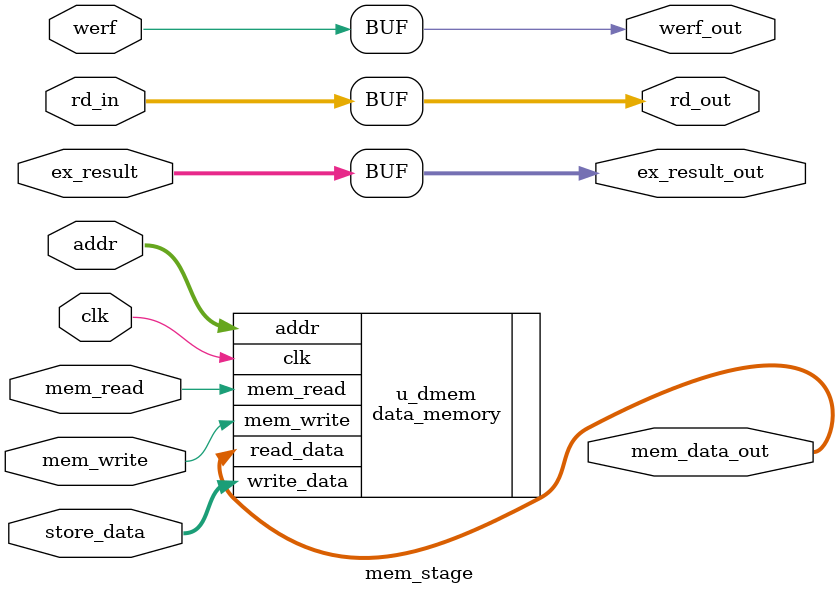
<source format=v>
module mem_stage (
    // Inputs from EX/MEM pipeline
    input  wire        clk,
    input  wire        mem_read,
    input  wire        mem_write,
    input  wire        werf,          // write enable for WB
    input  wire [31:0] addr,
    input  wire [31:0] store_data,
    input  wire [31:0] ex_result,
    input  wire [4:0]  rd_in,

    // Outputs to MEM/WB pipeline
    output wire [31:0] mem_data_out,
    output wire [31:0] ex_result_out,
    output wire [4:0]  rd_out,
    output wire        werf_out
);

    // Data memory instance
    data_memory u_dmem (
        .clk        (clk),
        .mem_read   (mem_read),
        .mem_write  (mem_write),
        .addr       (addr),
        .write_data (store_data),
        .read_data  (mem_data_out)
    );

    // Pass-through signals
    assign ex_result_out = ex_result;
    assign rd_out        = rd_in;
    assign werf_out      = werf;

endmodule


</source>
